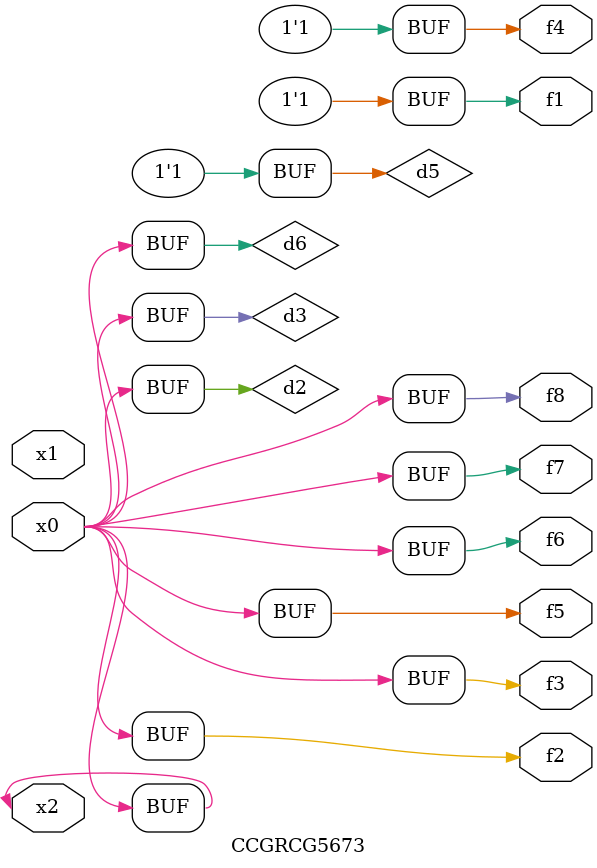
<source format=v>
module CCGRCG5673(
	input x0, x1, x2,
	output f1, f2, f3, f4, f5, f6, f7, f8
);

	wire d1, d2, d3, d4, d5, d6;

	xnor (d1, x2);
	buf (d2, x0, x2);
	and (d3, x0);
	xnor (d4, x1, x2);
	nand (d5, d1, d3);
	buf (d6, d2, d3);
	assign f1 = d5;
	assign f2 = d6;
	assign f3 = d6;
	assign f4 = d5;
	assign f5 = d6;
	assign f6 = d6;
	assign f7 = d6;
	assign f8 = d6;
endmodule

</source>
